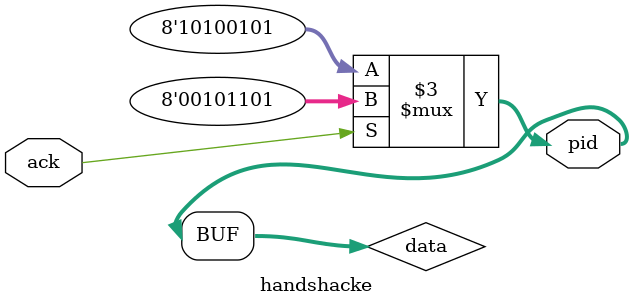
<source format=v>
`include "Defintions.v" 


module handshacke(
	ack , 
	pid
	);


input wire ack ;
output reg [7:0] pid;
reg [7:0] data;
always @ (*) 
begin
//si tenemos un ack en el handshacke tenemos 
	if(ack) 
	    data = 8'b00101101 ;//{Handshake_ACK,!Handshake_ACK};
	else
	    data = 8'b10100101 ;//{Handshake_NAK,!Handshake_NAK};
    
    pid[7:0] = data[7:0];
    
end 

endmodule 
</source>
